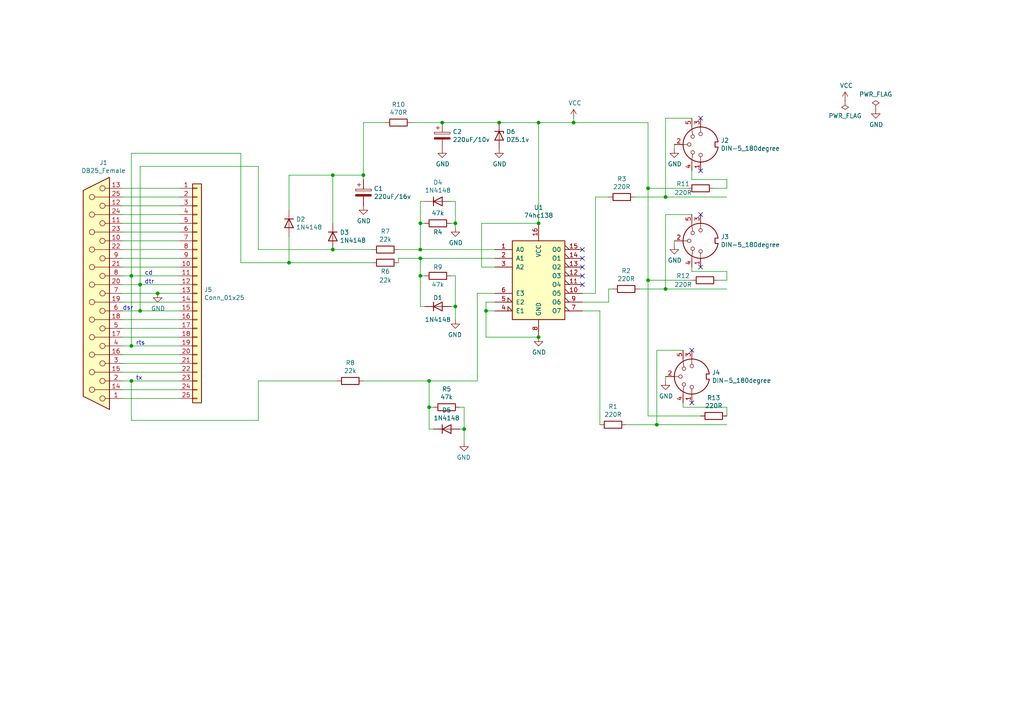
<source format=kicad_sch>
(kicad_sch (version 20211123) (generator eeschema)
  (paper "A4")
  (lib_symbols
    (symbol "74xx:74LS138" (pin_names (offset 1.016))
      (property "Reference" "U" (at -7.62 11.43 0))
      (property "Value" "74LS138" (at -7.62 -13.97 0))
      (symbol "74LS138_1_0"
        (pin input line (at -12.7 7.62 0) (length 5.08) (name "A0") (number "1"))
        (pin output output_low (at 12.7 -5.08 180) (length 5.08) (name "O5") (number "10"))
        (pin output output_low (at 12.7 -2.54 180) (length 5.08) (name "O4") (number "11"))
        (pin output output_low (at 12.7 0 180) (length 5.08) (name "O3") (number "12"))
        (pin output output_low (at 12.7 2.54 180) (length 5.08) (name "O2") (number "13"))
        (pin output output_low (at 12.7 5.08 180) (length 5.08) (name "O1") (number "14"))
        (pin output output_low (at 12.7 7.62 180) (length 5.08) (name "O0") (number "15"))
        (pin power_in line (at 0 15.24 270) (length 5.08) (name "VCC") (number "16"))
        (pin input line (at -12.7 5.08 0) (length 5.08) (name "A1") (number "2"))
        (pin input line (at -12.7 2.54 0) (length 5.08) (name "A2") (number "3"))
        (pin input input_low (at -12.7 -10.16 0) (length 5.08) (name "E1") (number "4"))
        (pin input input_low (at -12.7 -7.62 0) (length 5.08) (name "E2") (number "5"))
        (pin input line (at -12.7 -5.08 0) (length 5.08) (name "E3") (number "6"))
        (pin output output_low (at 12.7 -10.16 180) (length 5.08) (name "O7") (number "7"))
        (pin power_in line (at 0 -17.78 90) (length 5.08) (name "GND") (number "8"))
        (pin output output_low (at 12.7 -7.62 180) (length 5.08) (name "O6") (number "9"))
      )
      (symbol "74LS138_1_1"
        (rectangle (start -7.62 10.16) (end 7.62 -12.7) (stroke (width 0.254)) (fill (type background)))
      )
    )
    (symbol "Connector:DB25_Female" (pin_names (offset 1.016) hide)
      (property "Reference" "J" (at 0 34.29 0))
      (property "Value" "DB25_Female" (at 0 -34.925 0))
      (symbol "DB25_Female_0_1"
        (circle (center -1.778 -30.48) (radius 0.762))
        (circle (center -1.778 -25.4) (radius 0.762))
        (circle (center -1.778 -20.32) (radius 0.762))
        (circle (center -1.778 -15.24) (radius 0.762))
        (circle (center -1.778 -10.16) (radius 0.762))
        (circle (center -1.778 -5.08) (radius 0.762))
        (circle (center -1.778 0) (radius 0.762))
        (circle (center -1.778 5.08) (radius 0.762))
        (circle (center -1.778 10.16) (radius 0.762))
        (circle (center -1.778 15.24) (radius 0.762))
        (circle (center -1.778 20.32) (radius 0.762))
        (circle (center -1.778 25.4) (radius 0.762))
        (circle (center -1.778 30.48) (radius 0.762))
        (polyline (pts (xy -3.81 -30.48) (xy -2.54 -30.48)))
        (polyline (pts (xy -3.81 -27.94) (xy 0.508 -27.94)))
        (polyline (pts (xy -3.81 -25.4) (xy -2.54 -25.4)))
        (polyline (pts (xy -3.81 -22.86) (xy 0.508 -22.86)))
        (polyline (pts (xy -3.81 -20.32) (xy -2.54 -20.32)))
        (polyline (pts (xy -3.81 -17.78) (xy 0.508 -17.78)))
        (polyline (pts (xy -3.81 -15.24) (xy -2.54 -15.24)))
        (polyline (pts (xy -3.81 -12.7) (xy 0.508 -12.7)))
        (polyline (pts (xy -3.81 -10.16) (xy -2.54 -10.16)))
        (polyline (pts (xy -3.81 -7.62) (xy 0.508 -7.62)))
        (polyline (pts (xy -3.81 -5.08) (xy -2.54 -5.08)))
        (polyline (pts (xy -3.81 -2.54) (xy 0.508 -2.54)))
        (polyline (pts (xy -3.81 0) (xy -2.54 0)))
        (polyline (pts (xy -3.81 2.54) (xy 0.508 2.54)))
        (polyline (pts (xy -3.81 5.08) (xy -2.54 5.08)))
        (polyline (pts (xy -3.81 7.62) (xy 0.508 7.62)))
        (polyline (pts (xy -3.81 10.16) (xy -2.54 10.16)))
        (polyline (pts (xy -3.81 12.7) (xy 0.508 12.7)))
        (polyline (pts (xy -3.81 15.24) (xy -2.54 15.24)))
        (polyline (pts (xy -3.81 17.78) (xy 0.508 17.78)))
        (polyline (pts (xy -3.81 20.32) (xy -2.54 20.32)))
        (polyline (pts (xy -3.81 22.86) (xy 0.508 22.86)))
        (polyline (pts (xy -3.81 25.4) (xy -2.54 25.4)))
        (polyline (pts (xy -3.81 27.94) (xy 0.508 27.94)))
        (polyline (pts (xy -3.81 30.48) (xy -2.54 30.48)))
        (polyline (pts (xy -3.81 33.655) (xy 3.81 29.845) (xy 3.81 -29.845) (xy -3.81 -33.655) (xy -3.81 33.655)) (stroke (width 0.254)) (fill (type background)))
        (circle (center 1.27 -27.94) (radius 0.762))
        (circle (center 1.27 -22.86) (radius 0.762))
        (circle (center 1.27 -17.78) (radius 0.762))
        (circle (center 1.27 -12.7) (radius 0.762))
        (circle (center 1.27 -7.62) (radius 0.762))
        (circle (center 1.27 -2.54) (radius 0.762))
        (circle (center 1.27 2.54) (radius 0.762))
        (circle (center 1.27 7.62) (radius 0.762))
        (circle (center 1.27 12.7) (radius 0.762))
        (circle (center 1.27 17.78) (radius 0.762))
        (circle (center 1.27 22.86) (radius 0.762))
        (circle (center 1.27 27.94) (radius 0.762))
      )
      (symbol "DB25_Female_1_1"
        (pin passive line (at -7.62 30.48 0) (length 3.81) (name "1") (number "1"))
        (pin passive line (at -7.62 -15.24 0) (length 3.81) (name "10") (number "10"))
        (pin passive line (at -7.62 -20.32 0) (length 3.81) (name "11") (number "11"))
        (pin passive line (at -7.62 -25.4 0) (length 3.81) (name "12") (number "12"))
        (pin passive line (at -7.62 -30.48 0) (length 3.81) (name "13") (number "13"))
        (pin passive line (at -7.62 27.94 0) (length 3.81) (name "P14") (number "14"))
        (pin passive line (at -7.62 22.86 0) (length 3.81) (name "P15") (number "15"))
        (pin passive line (at -7.62 17.78 0) (length 3.81) (name "P16") (number "16"))
        (pin passive line (at -7.62 12.7 0) (length 3.81) (name "P17") (number "17"))
        (pin passive line (at -7.62 7.62 0) (length 3.81) (name "P18") (number "18"))
        (pin passive line (at -7.62 2.54 0) (length 3.81) (name "P19") (number "19"))
        (pin passive line (at -7.62 25.4 0) (length 3.81) (name "2") (number "2"))
        (pin passive line (at -7.62 -2.54 0) (length 3.81) (name "P20") (number "20"))
        (pin passive line (at -7.62 -7.62 0) (length 3.81) (name "P21") (number "21"))
        (pin passive line (at -7.62 -12.7 0) (length 3.81) (name "P22") (number "22"))
        (pin passive line (at -7.62 -17.78 0) (length 3.81) (name "P23") (number "23"))
        (pin passive line (at -7.62 -22.86 0) (length 3.81) (name "P24") (number "24"))
        (pin passive line (at -7.62 -27.94 0) (length 3.81) (name "P25") (number "25"))
        (pin passive line (at -7.62 20.32 0) (length 3.81) (name "3") (number "3"))
        (pin passive line (at -7.62 15.24 0) (length 3.81) (name "4") (number "4"))
        (pin passive line (at -7.62 10.16 0) (length 3.81) (name "5") (number "5"))
        (pin passive line (at -7.62 5.08 0) (length 3.81) (name "6") (number "6"))
        (pin passive line (at -7.62 0 0) (length 3.81) (name "7") (number "7"))
        (pin passive line (at -7.62 -5.08 0) (length 3.81) (name "8") (number "8"))
        (pin passive line (at -7.62 -10.16 0) (length 3.81) (name "9") (number "9"))
      )
    )
    (symbol "Connector:DIN-5_180degree" (pin_names (offset 1.016))
      (property "Reference" "J" (at 3.175 5.715 0))
      (property "Value" "DIN-5_180degree" (at 0 -6.35 0))
      (symbol "DIN-5_180degree_0_1"
        (arc (start -5.08 0) (mid -3.8597 -3.3379) (end -0.762 -5.08) (stroke (width 0.254)))
        (circle (center -3.048 0) (radius 0.508))
        (circle (center -2.286 2.286) (radius 0.508))
        (polyline (pts (xy -5.08 0) (xy -3.556 0)))
        (polyline (pts (xy 0 5.08) (xy 0 3.81)))
        (polyline (pts (xy 5.08 0) (xy 3.556 0)))
        (polyline (pts (xy -5.08 2.54) (xy -4.318 2.54) (xy -2.794 2.286)))
        (polyline (pts (xy 5.08 2.54) (xy 4.318 2.54) (xy 2.794 2.286)))
        (polyline (pts (xy -0.762 -4.953) (xy -0.762 -4.191) (xy 0.762 -4.191) (xy 0.762 -4.953)) (stroke (width 0.254)))
        (circle (center 0 3.302) (radius 0.508))
        (arc (start 0.762 -5.08) (mid 3.8673 -3.3444) (end 5.08 0) (stroke (width 0.254)))
        (circle (center 2.286 2.286) (radius 0.508))
        (circle (center 3.048 0) (radius 0.508))
        (arc (start 5.08 0) (mid 0 5.08) (end -5.08 0) (stroke (width 0.254)))
      )
      (symbol "DIN-5_180degree_1_1"
        (pin passive line (at -7.62 0 0) (length 2.54) (name "~") (number "1"))
        (pin passive line (at 0 7.62 270) (length 2.54) (name "~") (number "2"))
        (pin passive line (at 7.62 0 180) (length 2.54) (name "~") (number "3"))
        (pin passive line (at -7.62 2.54 0) (length 2.54) (name "~") (number "4"))
        (pin passive line (at 7.62 2.54 180) (length 2.54) (name "~") (number "5"))
      )
    )
    (symbol "Connector_Generic:Conn_01x25" (pin_names (offset 1.016) hide)
      (property "Reference" "J" (at 0 33.02 0))
      (property "Value" "Conn_01x25" (at 0 -33.02 0))
      (symbol "Conn_01x25_1_1"
        (rectangle (start -1.27 -30.353) (end 0 -30.607) (stroke (width 0.1524)))
        (rectangle (start -1.27 -27.813) (end 0 -28.067) (stroke (width 0.1524)))
        (rectangle (start -1.27 -25.273) (end 0 -25.527) (stroke (width 0.1524)))
        (rectangle (start -1.27 -22.733) (end 0 -22.987) (stroke (width 0.1524)))
        (rectangle (start -1.27 -20.193) (end 0 -20.447) (stroke (width 0.1524)))
        (rectangle (start -1.27 -17.653) (end 0 -17.907) (stroke (width 0.1524)))
        (rectangle (start -1.27 -15.113) (end 0 -15.367) (stroke (width 0.1524)))
        (rectangle (start -1.27 -12.573) (end 0 -12.827) (stroke (width 0.1524)))
        (rectangle (start -1.27 -10.033) (end 0 -10.287) (stroke (width 0.1524)))
        (rectangle (start -1.27 -7.493) (end 0 -7.747) (stroke (width 0.1524)))
        (rectangle (start -1.27 -4.953) (end 0 -5.207) (stroke (width 0.1524)))
        (rectangle (start -1.27 -2.413) (end 0 -2.667) (stroke (width 0.1524)))
        (rectangle (start -1.27 0.127) (end 0 -0.127) (stroke (width 0.1524)))
        (rectangle (start -1.27 2.667) (end 0 2.413) (stroke (width 0.1524)))
        (rectangle (start -1.27 5.207) (end 0 4.953) (stroke (width 0.1524)))
        (rectangle (start -1.27 7.747) (end 0 7.493) (stroke (width 0.1524)))
        (rectangle (start -1.27 10.287) (end 0 10.033) (stroke (width 0.1524)))
        (rectangle (start -1.27 12.827) (end 0 12.573) (stroke (width 0.1524)))
        (rectangle (start -1.27 15.367) (end 0 15.113) (stroke (width 0.1524)))
        (rectangle (start -1.27 17.907) (end 0 17.653) (stroke (width 0.1524)))
        (rectangle (start -1.27 20.447) (end 0 20.193) (stroke (width 0.1524)))
        (rectangle (start -1.27 22.987) (end 0 22.733) (stroke (width 0.1524)))
        (rectangle (start -1.27 25.527) (end 0 25.273) (stroke (width 0.1524)))
        (rectangle (start -1.27 28.067) (end 0 27.813) (stroke (width 0.1524)))
        (rectangle (start -1.27 30.607) (end 0 30.353) (stroke (width 0.1524)))
        (rectangle (start -1.27 31.75) (end 1.27 -31.75) (stroke (width 0.254)) (fill (type background)))
        (pin passive line (at -5.08 30.48 0) (length 3.81) (name "Pin_1") (number "1"))
        (pin passive line (at -5.08 7.62 0) (length 3.81) (name "Pin_10") (number "10"))
        (pin passive line (at -5.08 5.08 0) (length 3.81) (name "Pin_11") (number "11"))
        (pin passive line (at -5.08 2.54 0) (length 3.81) (name "Pin_12") (number "12"))
        (pin passive line (at -5.08 0 0) (length 3.81) (name "Pin_13") (number "13"))
        (pin passive line (at -5.08 -2.54 0) (length 3.81) (name "Pin_14") (number "14"))
        (pin passive line (at -5.08 -5.08 0) (length 3.81) (name "Pin_15") (number "15"))
        (pin passive line (at -5.08 -7.62 0) (length 3.81) (name "Pin_16") (number "16"))
        (pin passive line (at -5.08 -10.16 0) (length 3.81) (name "Pin_17") (number "17"))
        (pin passive line (at -5.08 -12.7 0) (length 3.81) (name "Pin_18") (number "18"))
        (pin passive line (at -5.08 -15.24 0) (length 3.81) (name "Pin_19") (number "19"))
        (pin passive line (at -5.08 27.94 0) (length 3.81) (name "Pin_2") (number "2"))
        (pin passive line (at -5.08 -17.78 0) (length 3.81) (name "Pin_20") (number "20"))
        (pin passive line (at -5.08 -20.32 0) (length 3.81) (name "Pin_21") (number "21"))
        (pin passive line (at -5.08 -22.86 0) (length 3.81) (name "Pin_22") (number "22"))
        (pin passive line (at -5.08 -25.4 0) (length 3.81) (name "Pin_23") (number "23"))
        (pin passive line (at -5.08 -27.94 0) (length 3.81) (name "Pin_24") (number "24"))
        (pin passive line (at -5.08 -30.48 0) (length 3.81) (name "Pin_25") (number "25"))
        (pin passive line (at -5.08 25.4 0) (length 3.81) (name "Pin_3") (number "3"))
        (pin passive line (at -5.08 22.86 0) (length 3.81) (name "Pin_4") (number "4"))
        (pin passive line (at -5.08 20.32 0) (length 3.81) (name "Pin_5") (number "5"))
        (pin passive line (at -5.08 17.78 0) (length 3.81) (name "Pin_6") (number "6"))
        (pin passive line (at -5.08 15.24 0) (length 3.81) (name "Pin_7") (number "7"))
        (pin passive line (at -5.08 12.7 0) (length 3.81) (name "Pin_8") (number "8"))
        (pin passive line (at -5.08 10.16 0) (length 3.81) (name "Pin_9") (number "9"))
      )
    )
    (symbol "Device:CP" (pin_numbers hide) (pin_names (offset 0.254))
      (property "Reference" "C" (at 0.635 2.54 0))
      (property "Value" "Device_CP" (at 0.635 -2.54 0))
      (symbol "CP_0_1"
        (rectangle (start -2.286 0.508) (end 2.286 1.016))
        (polyline (pts (xy -1.778 2.286) (xy -0.762 2.286)))
        (polyline (pts (xy -1.27 2.794) (xy -1.27 1.778)))
        (rectangle (start 2.286 -0.508) (end -2.286 -1.016) (fill (type outline)))
      )
      (symbol "CP_1_1"
        (pin passive line (at 0 3.81 270) (length 2.794) (name "~") (number "1"))
        (pin passive line (at 0 -3.81 90) (length 2.794) (name "~") (number "2"))
      )
    )
    (symbol "Device:D" (pin_numbers hide) (pin_names (offset 1.016) hide)
      (property "Reference" "D" (at 0 2.54 0))
      (property "Value" "D" (at 0 -2.54 0))
      (symbol "D_0_1"
        (polyline (pts (xy -1.27 1.27) (xy -1.27 -1.27)) (stroke (width 0.254)))
        (polyline (pts (xy 1.27 0) (xy -1.27 0)))
        (polyline (pts (xy 1.27 1.27) (xy 1.27 -1.27) (xy -1.27 0) (xy 1.27 1.27)) (stroke (width 0.254)))
      )
      (symbol "D_1_1"
        (pin passive line (at -3.81 0 0) (length 2.54) (name "K") (number "1"))
        (pin passive line (at 3.81 0 180) (length 2.54) (name "A") (number "2"))
      )
    )
    (symbol "Device:D_Zener" (pin_numbers hide) (pin_names (offset 1.016) hide)
      (property "Reference" "D" (at 0 2.54 0))
      (property "Value" "D_Zener" (at 0 -2.54 0))
      (symbol "D_Zener_0_1"
        (polyline (pts (xy 1.27 0) (xy -1.27 0)))
        (polyline (pts (xy -1.27 -1.27) (xy -1.27 1.27) (xy -0.762 1.27)) (stroke (width 0.254)))
        (polyline (pts (xy 1.27 -1.27) (xy 1.27 1.27) (xy -1.27 0) (xy 1.27 -1.27)) (stroke (width 0.254)))
      )
      (symbol "D_Zener_1_1"
        (pin passive line (at -3.81 0 0) (length 2.54) (name "K") (number "1"))
        (pin passive line (at 3.81 0 180) (length 2.54) (name "A") (number "2"))
      )
    )
    (symbol "Device:R" (pin_numbers hide) (pin_names (offset 0))
      (property "Reference" "R" (at 2.032 0 90))
      (property "Value" "R" (at 0 0 90))
      (symbol "R_0_1"
        (rectangle (start -1.016 -2.54) (end 1.016 2.54) (stroke (width 0.254)))
      )
      (symbol "R_1_1"
        (pin passive line (at 0 3.81 270) (length 1.27) (name "~") (number "1"))
        (pin passive line (at 0 -3.81 90) (length 1.27) (name "~") (number "2"))
      )
    )
    (symbol "power:GND" (power) (pin_names (offset 0))
      (property "Value" "GND" (at 0 -3.81 0))
      (symbol "GND_0_1"
        (polyline (pts (xy 0 0) (xy 0 -1.27) (xy 1.27 -1.27) (xy 0 -2.54) (xy -1.27 -1.27) (xy 0 -1.27)))
      )
      (symbol "GND_1_1"
        (pin power_in line (at 0 0 270) (length 0) hide (name "GND") (number "1"))
      )
    )
    (symbol "power:PWR_FLAG" (power) (pin_numbers hide) (pin_names (offset 0) hide)
      (property "Value" "PWR_FLAG" (at 0 3.81 0))
      (symbol "PWR_FLAG_0_0"
        (pin power_out line (at 0 0 90) (length 0) (name "pwr") (number "1"))
      )
      (symbol "PWR_FLAG_0_1"
        (polyline (pts (xy 0 0) (xy 0 1.27) (xy -1.016 1.905) (xy 0 2.54) (xy 1.016 1.905) (xy 0 1.27)))
      )
    )
    (symbol "power:VCC" (power) (pin_names (offset 0))
      (property "Value" "VCC" (at 0 3.81 0))
      (symbol "VCC_0_1"
        (polyline (pts (xy -0.762 1.27) (xy 0 2.54)))
        (polyline (pts (xy 0 0) (xy 0 2.54)))
        (polyline (pts (xy 0 2.54) (xy 0.762 1.27)))
      )
      (symbol "VCC_1_1"
        (pin power_in line (at 0 0 90) (length 0) hide (name "VCC") (number "1"))
      )
    )
  )
  (junction (at 144.78 35.56))
  (junction (at 124.46 110.49))
  (junction (at 140.97 90.17))
  (junction (at 134.62 124.46))
  (junction (at 166.37 35.56))
  (junction (at 38.1 80.01))
  (junction (at 45.72 85.09))
  (junction (at 187.96 81.28))
  (junction (at 121.92 72.39))
  (junction (at 38.1 100.33))
  (junction (at 121.92 64.77))
  (junction (at 83.82 76.2))
  (junction (at 96.52 50.8))
  (junction (at 156.21 64.77))
  (junction (at 40.64 90.17))
  (junction (at 193.04 83.82))
  (junction (at 40.64 82.55))
  (junction (at 190.5 123.19))
  (junction (at 121.92 74.93))
  (junction (at 156.21 35.56))
  (junction (at 96.52 72.39))
  (junction (at 105.41 50.8))
  (junction (at 132.08 64.77))
  (junction (at 121.92 80.01))
  (junction (at 156.21 97.79))
  (junction (at 124.46 118.11))
  (junction (at 132.08 88.9))
  (junction (at 193.04 57.15))
  (junction (at 187.96 54.61))
  (junction (at 128.27 35.56))
  (junction (at 38.1 110.49))
  (no_connect (at 203.2 49.53))
  (no_connect (at 168.91 74.93))
  (no_connect (at 168.91 82.55))
  (no_connect (at 200.66 116.84))
  (no_connect (at 203.2 34.29))
  (no_connect (at 168.91 80.01))
  (no_connect (at 168.91 72.39))
  (no_connect (at 203.2 77.47))
  (no_connect (at 200.66 101.6))
  (no_connect (at 168.91 77.47))
  (no_connect (at 203.2 62.23))
  (wire (pts (xy 52.07 57.15) (xy 35.56 57.15)))
  (wire (pts (xy 52.07 85.09) (xy 45.72 85.09)))
  (wire (pts (xy 132.08 64.77) (xy 132.08 66.04)))
  (wire (pts (xy 115.57 72.39) (xy 121.92 72.39)))
  (wire (pts (xy 74.93 72.39) (xy 74.93 48.26)))
  (wire (pts (xy 200.66 77.47) (xy 200.66 78.74)))
  (wire (pts (xy 184.15 57.15) (xy 193.04 57.15)))
  (wire (pts (xy 121.92 72.39) (xy 143.51 72.39)))
  (wire (pts (xy 203.2 120.65) (xy 187.96 120.65)))
  (wire (pts (xy 193.04 62.23) (xy 193.04 83.82)))
  (wire (pts (xy 124.46 110.49) (xy 105.41 110.49)))
  (wire (pts (xy 40.64 90.17) (xy 52.07 90.17)))
  (wire (pts (xy 83.82 60.96) (xy 83.82 50.8)))
  (wire (pts (xy 38.1 80.01) (xy 38.1 44.45)))
  (wire (pts (xy 132.08 88.9) (xy 132.08 92.71)))
  (wire (pts (xy 140.97 97.79) (xy 156.21 97.79)))
  (wire (pts (xy 125.73 124.46) (xy 124.46 124.46)))
  (wire (pts (xy 193.04 57.15) (xy 210.82 57.15)))
  (wire (pts (xy 132.08 80.01) (xy 130.81 80.01)))
  (wire (pts (xy 200.66 62.23) (xy 193.04 62.23)))
  (wire (pts (xy 119.38 35.56) (xy 128.27 35.56)))
  (wire (pts (xy 83.82 68.58) (xy 83.82 76.2)))
  (wire (pts (xy 190.5 123.19) (xy 190.5 101.6)))
  (wire (pts (xy 35.56 100.33) (xy 38.1 100.33)))
  (wire (pts (xy 168.91 85.09) (xy 172.72 85.09)))
  (wire (pts (xy 35.56 59.69) (xy 52.07 59.69)))
  (wire (pts (xy 173.99 90.17) (xy 168.91 90.17)))
  (wire (pts (xy 187.96 54.61) (xy 187.96 35.56)))
  (wire (pts (xy 74.93 110.49) (xy 97.79 110.49)))
  (wire (pts (xy 143.51 87.63) (xy 140.97 87.63)))
  (wire (pts (xy 35.56 85.09) (xy 45.72 85.09)))
  (wire (pts (xy 156.21 35.56) (xy 144.78 35.56)))
  (wire (pts (xy 198.12 116.84) (xy 198.12 118.11)))
  (wire (pts (xy 140.97 90.17) (xy 140.97 97.79)))
  (wire (pts (xy 166.37 35.56) (xy 187.96 35.56)))
  (wire (pts (xy 35.56 105.41) (xy 52.07 105.41)))
  (wire (pts (xy 138.43 85.09) (xy 143.51 85.09)))
  (wire (pts (xy 96.52 64.77) (xy 96.52 50.8)))
  (wire (pts (xy 105.41 50.8) (xy 105.41 35.56)))
  (wire (pts (xy 124.46 110.49) (xy 138.43 110.49)))
  (wire (pts (xy 69.85 76.2) (xy 83.82 76.2)))
  (wire (pts (xy 35.56 82.55) (xy 40.64 82.55)))
  (wire (pts (xy 96.52 50.8) (xy 105.41 50.8)))
  (wire (pts (xy 130.81 58.42) (xy 132.08 58.42)))
  (wire (pts (xy 35.56 64.77) (xy 52.07 64.77)))
  (wire (pts (xy 38.1 80.01) (xy 52.07 80.01)))
  (wire (pts (xy 35.56 69.85) (xy 52.07 69.85)))
  (wire (pts (xy 35.56 110.49) (xy 38.1 110.49)))
  (wire (pts (xy 35.56 80.01) (xy 38.1 80.01)))
  (wire (pts (xy 156.21 35.56) (xy 166.37 35.56)))
  (wire (pts (xy 168.91 87.63) (xy 176.53 87.63)))
  (wire (pts (xy 172.72 85.09) (xy 172.72 57.15)))
  (wire (pts (xy 176.53 87.63) (xy 176.53 83.82)))
  (wire (pts (xy 140.97 87.63) (xy 140.97 90.17)))
  (wire (pts (xy 207.01 54.61) (xy 210.82 54.61)))
  (wire (pts (xy 193.04 34.29) (xy 193.04 57.15)))
  (wire (pts (xy 132.08 64.77) (xy 130.81 64.77)))
  (wire (pts (xy 52.07 67.31) (xy 35.56 67.31)))
  (wire (pts (xy 115.57 74.93) (xy 115.57 76.2)))
  (wire (pts (xy 187.96 120.65) (xy 187.96 81.28)))
  (wire (pts (xy 187.96 54.61) (xy 199.39 54.61)))
  (wire (pts (xy 123.19 58.42) (xy 121.92 58.42)))
  (wire (pts (xy 121.92 74.93) (xy 115.57 74.93)))
  (wire (pts (xy 138.43 110.49) (xy 138.43 85.09)))
  (wire (pts (xy 190.5 101.6) (xy 198.12 101.6)))
  (wire (pts (xy 121.92 64.77) (xy 123.19 64.77)))
  (wire (pts (xy 195.58 43.18) (xy 195.58 41.91)))
  (wire (pts (xy 40.64 48.26) (xy 40.64 82.55)))
  (wire (pts (xy 143.51 74.93) (xy 121.92 74.93)))
  (wire (pts (xy 121.92 80.01) (xy 123.19 80.01)))
  (wire (pts (xy 38.1 44.45) (xy 69.85 44.45)))
  (wire (pts (xy 190.5 123.19) (xy 210.82 123.19)))
  (wire (pts (xy 200.66 34.29) (xy 193.04 34.29)))
  (wire (pts (xy 124.46 124.46) (xy 124.46 118.11)))
  (wire (pts (xy 124.46 118.11) (xy 124.46 110.49)))
  (wire (pts (xy 187.96 81.28) (xy 200.66 81.28)))
  (wire (pts (xy 198.12 118.11) (xy 210.82 118.11)))
  (wire (pts (xy 105.41 52.07) (xy 105.41 50.8)))
  (wire (pts (xy 107.95 76.2) (xy 83.82 76.2)))
  (wire (pts (xy 134.62 124.46) (xy 134.62 128.27)))
  (wire (pts (xy 83.82 50.8) (xy 96.52 50.8)))
  (wire (pts (xy 139.7 64.77) (xy 156.21 64.77)))
  (wire (pts (xy 69.85 44.45) (xy 69.85 76.2)))
  (wire (pts (xy 52.07 113.03) (xy 35.56 113.03)))
  (wire (pts (xy 52.07 107.95) (xy 35.56 107.95)))
  (wire (pts (xy 52.07 77.47) (xy 35.56 77.47)))
  (wire (pts (xy 210.82 78.74) (xy 210.82 81.28)))
  (wire (pts (xy 38.1 100.33) (xy 52.07 100.33)))
  (wire (pts (xy 52.07 97.79) (xy 35.56 97.79)))
  (wire (pts (xy 35.56 54.61) (xy 52.07 54.61)))
  (wire (pts (xy 35.56 90.17) (xy 40.64 90.17)))
  (wire (pts (xy 38.1 121.92) (xy 38.1 110.49)))
  (wire (pts (xy 187.96 54.61) (xy 187.96 81.28)))
  (wire (pts (xy 130.81 88.9) (xy 132.08 88.9)))
  (wire (pts (xy 52.07 102.87) (xy 35.56 102.87)))
  (wire (pts (xy 172.72 57.15) (xy 176.53 57.15)))
  (wire (pts (xy 210.82 52.07) (xy 210.82 54.61)))
  (wire (pts (xy 134.62 124.46) (xy 134.62 118.11)))
  (wire (pts (xy 195.58 69.85) (xy 195.58 71.12)))
  (wire (pts (xy 134.62 118.11) (xy 133.35 118.11)))
  (wire (pts (xy 35.56 74.93) (xy 52.07 74.93)))
  (wire (pts (xy 128.27 35.56) (xy 144.78 35.56)))
  (wire (pts (xy 74.93 110.49) (xy 74.93 121.92)))
  (wire (pts (xy 52.07 92.71) (xy 35.56 92.71)))
  (wire (pts (xy 40.64 82.55) (xy 52.07 82.55)))
  (wire (pts (xy 185.42 83.82) (xy 193.04 83.82)))
  (wire (pts (xy 52.07 62.23) (xy 35.56 62.23)))
  (wire (pts (xy 210.82 81.28) (xy 208.28 81.28)))
  (wire (pts (xy 193.04 109.22) (xy 193.04 110.49)))
  (wire (pts (xy 74.93 72.39) (xy 96.52 72.39)))
  (wire (pts (xy 107.95 72.39) (xy 96.52 72.39)))
  (wire (pts (xy 156.21 35.56) (xy 156.21 64.77)))
  (wire (pts (xy 40.64 90.17) (xy 40.64 82.55)))
  (wire (pts (xy 35.56 95.25) (xy 52.07 95.25)))
  (wire (pts (xy 143.51 77.47) (xy 139.7 77.47)))
  (wire (pts (xy 176.53 83.82) (xy 177.8 83.82)))
  (wire (pts (xy 52.07 87.63) (xy 35.56 87.63)))
  (wire (pts (xy 38.1 80.01) (xy 38.1 100.33)))
  (wire (pts (xy 121.92 58.42) (xy 121.92 64.77)))
  (wire (pts (xy 133.35 124.46) (xy 134.62 124.46)))
  (wire (pts (xy 166.37 34.29) (xy 166.37 35.56)))
  (wire (pts (xy 123.19 88.9) (xy 121.92 88.9)))
  (wire (pts (xy 200.66 78.74) (xy 210.82 78.74)))
  (wire (pts (xy 121.92 64.77) (xy 121.92 72.39)))
  (wire (pts (xy 105.41 35.56) (xy 111.76 35.56)))
  (wire (pts (xy 200.66 49.53) (xy 200.66 52.07)))
  (wire (pts (xy 121.92 88.9) (xy 121.92 80.01)))
  (wire (pts (xy 193.04 83.82) (xy 210.82 83.82)))
  (wire (pts (xy 181.61 123.19) (xy 190.5 123.19)))
  (wire (pts (xy 124.46 118.11) (xy 125.73 118.11)))
  (wire (pts (xy 121.92 80.01) (xy 121.92 74.93)))
  (wire (pts (xy 52.07 72.39) (xy 35.56 72.39)))
  (wire (pts (xy 74.93 121.92) (xy 38.1 121.92)))
  (wire (pts (xy 139.7 77.47) (xy 139.7 64.77)))
  (wire (pts (xy 132.08 58.42) (xy 132.08 64.77)))
  (wire (pts (xy 210.82 118.11) (xy 210.82 120.65)))
  (wire (pts (xy 38.1 110.49) (xy 52.07 110.49)))
  (wire (pts (xy 132.08 88.9) (xy 132.08 80.01)))
  (wire (pts (xy 173.99 90.17) (xy 173.99 123.19)))
  (wire (pts (xy 200.66 52.07) (xy 210.82 52.07)))
  (wire (pts (xy 35.56 115.57) (xy 52.07 115.57)))
  (wire (pts (xy 74.93 48.26) (xy 40.64 48.26)))
  (wire (pts (xy 140.97 90.17) (xy 143.51 90.17)))
  (text "tx" (at 39.37 110.49 0) (effects (font (size 1.27 1.27)) (justify left bottom)))
  (text "dtr" (at 41.91 82.55 0) (effects (font (size 1.27 1.27)) (justify left bottom)))
  (text "rts" (at 39.37 100.33 0) (effects (font (size 1.27 1.27)) (justify left bottom)))
  (text "cd" (at 41.91 80.01 0) (effects (font (size 1.27 1.27)) (justify left bottom)))
  (text "dsr" (at 35.56 90.17 0) (effects (font (size 1.27 1.27)) (justify left bottom)))
  (symbol (lib_id "74xx:74LS138") (at 156.21 80.01 0) (unit 1)
    (property "Reference" "U1" (at 156.21 60.1726 0))
    (property "Value" "74hc138" (at 156.21 62.484 0))
    (property "Footprint" "Package_SO:SOIC-16_3.9x9.9mm_P1.27mm" (effects hide))
    (property "Datasheet" "https://datasheet.lcsc.com/lcsc/1809042014_Nexperia-74HC138D-653_C5602.pdf" (effects hide))
    (property "LCSC" " C5602" (effects hide))
  )
  (symbol (lib_id "Connector:DB25_Female") (at 27.94 85.09 180) (unit 1)
    (property "Reference" "J1" (at 30.0228 47.1932 0))
    (property "Value" "DB25_Female" (at 30.0228 49.5046 0))
    (property "Footprint" "Connector_Dsub:DSUB-25_Female_Horizontal_P2.77x2.84mm_EdgePinOffset4.94mm_Housed_MountingHolesOffset7.48mm" (effects hide))
    (property "Datasheet" "https://datasheet.lcsc.com/lcsc/2008061706_Harting-Tech-09683537612_C698340.pdf" (effects hide))
    (property "LCSC" "C698340" (effects hide))
  )
  (symbol (lib_id "Device:D") (at 83.82 64.77 270) (unit 1)
    (property "Reference" "D2" (at 85.852 63.6016 90) (effects (justify left)))
    (property "Value" "1N4148" (at 85.852 65.913 90) (effects (justify left)))
    (property "Footprint" "Diode_SMD:D_SOD-323F" (effects hide))
    (property "Datasheet" "https://datasheet.lcsc.com/lcsc/1810101110_Changjiang-Electronics-Tech--CJ-1N4148WS_C2128.pdf" (effects hide))
    (property "LCSC" "C2128" (effects hide))
  )
  (symbol (lib_id "Device:D") (at 96.52 68.58 270) (unit 1)
    (property "Reference" "D3" (at 98.552 67.4116 90) (effects (justify left)))
    (property "Value" "1N4148" (at 98.552 69.723 90) (effects (justify left)))
    (property "Footprint" "Diode_SMD:D_SOD-323F" (effects hide))
    (property "Datasheet" "https://datasheet.lcsc.com/lcsc/1810101110_Changjiang-Electronics-Tech--CJ-1N4148WS_C2128.pdf" (effects hide))
    (property "LCSC" "C2128" (effects hide))
  )
  (symbol (lib_id "Device:R") (at 111.76 72.39 270) (unit 1)
    (property "Reference" "R7" (at 111.76 67.1322 90))
    (property "Value" "22k" (at 111.76 69.4436 90))
    (property "Footprint" "Resistor_SMD:R_0603_1608Metric_Pad0.98x0.95mm_HandSolder" (effects hide))
    (property "LCSC" " C31850" (effects hide))
  )
  (symbol (lib_id "Device:R") (at 111.76 76.2 270) (unit 1)
    (property "Reference" "R6" (at 111.76 78.74 90))
    (property "Value" "22k" (at 111.76 81.28 90))
    (property "Footprint" "Resistor_SMD:R_0603_1608Metric_Pad0.98x0.95mm_HandSolder" (effects hide))
    (property "LCSC" " C31850" (effects hide))
  )
  (symbol (lib_id "Device:CP") (at 105.41 55.88 0) (unit 1)
    (property "Reference" "C1" (at 108.4072 54.7116 0) (effects (justify left)))
    (property "Value" "220uF/16v" (at 108.4072 57.023 0) (effects (justify left)))
    (property "Footprint" "Capacitor_SMD:CP_Elec_6.3x7.7" (effects hide))
    (property "LCSC" "C182267" (effects hide))
  )
  (symbol (lib_id "power:GND") (at 105.41 59.69 0) (unit 1)
    (property "Reference" "#PWR0101" (effects hide))
    (property "Value" "GND" (at 105.537 64.0842 0))
  )
  (symbol (lib_id "Device:R") (at 115.57 35.56 270) (unit 1)
    (property "Reference" "R10" (at 115.57 30.3022 90))
    (property "Value" "470R" (at 115.57 32.6136 90))
    (property "Footprint" "Resistor_SMD:R_0603_1608Metric_Pad0.98x0.95mm_HandSolder" (effects hide))
    (property "LCSC" "C23179" (effects hide))
  )
  (symbol (lib_id "Device:D") (at 127 58.42 0) (unit 1)
    (property "Reference" "D4" (at 127 52.9082 0))
    (property "Value" "1N4148" (at 127 55.2196 0))
    (property "Footprint" "Diode_SMD:D_SOD-323F" (effects hide))
    (property "Datasheet" "https://datasheet.lcsc.com/lcsc/1810101110_Changjiang-Electronics-Tech--CJ-1N4148WS_C2128.pdf" (effects hide))
    (property "LCSC" "C2128" (effects hide))
  )
  (symbol (lib_id "Device:R") (at 127 64.77 270) (unit 1)
    (property "Reference" "R4" (at 127 67.31 90))
    (property "Value" "47k" (at 127 61.8236 90))
    (property "Footprint" "Resistor_SMD:R_0603_1608Metric_Pad0.98x0.95mm_HandSolder" (effects hide))
    (property "LCSC" " C25819" (effects hide))
  )
  (symbol (lib_id "power:GND") (at 132.08 66.04 0) (unit 1)
    (property "Reference" "#PWR0102" (effects hide))
    (property "Value" "GND" (at 132.207 70.4342 0))
  )
  (symbol (lib_id "Device:D") (at 127 88.9 0) (mirror x) (unit 1)
    (property "Reference" "D1" (at 127 86.36 0))
    (property "Value" "1N4148" (at 127 92.71 0))
    (property "Footprint" "Diode_SMD:D_SOD-323F" (effects hide))
    (property "Datasheet" "https://datasheet.lcsc.com/lcsc/1810101110_Changjiang-Electronics-Tech--CJ-1N4148WS_C2128.pdf" (effects hide))
    (property "LCSC" "C2128" (effects hide))
  )
  (symbol (lib_id "Device:R") (at 127 80.01 270) (unit 1)
    (property "Reference" "R9" (at 127 77.47 90))
    (property "Value" "47k" (at 127 82.55 90))
    (property "Footprint" "Resistor_SMD:R_0603_1608Metric_Pad0.98x0.95mm_HandSolder" (effects hide))
    (property "LCSC" " C25819" (effects hide))
  )
  (symbol (lib_id "power:GND") (at 132.08 92.71 0) (mirror y) (unit 1)
    (property "Reference" "#PWR0103" (effects hide))
    (property "Value" "GND" (at 131.953 97.1042 0))
  )
  (symbol (lib_id "Device:CP") (at 128.27 39.37 0) (unit 1)
    (property "Reference" "C2" (at 131.2672 38.2016 0) (effects (justify left)))
    (property "Value" "220uF/10v" (at 131.2672 40.513 0) (effects (justify left)))
    (property "Footprint" "Capacitor_SMD:CP_Elec_6.3x7.7" (effects hide))
    (property "LCSC" "C182267" (effects hide))
  )
  (symbol (lib_id "power:GND") (at 128.27 43.18 0) (unit 1)
    (property "Reference" "#PWR0104" (effects hide))
    (property "Value" "GND" (at 128.397 47.5742 0))
  )
  (symbol (lib_id "Device:D_Zener") (at 144.78 39.37 270) (unit 1)
    (property "Reference" "D6" (at 146.812 38.2016 90) (effects (justify left)))
    (property "Value" "DZ5.1v" (at 146.812 40.513 90) (effects (justify left)))
    (property "Footprint" "Diode_SMD:D_SOD-523" (effects hide))
    (property "Datasheet" "https://datasheet.lcsc.com/lcsc/1808291024_ROHM-Semicon-EDZTE615.1B_C84996.pdf~" (effects hide))
    (property "LCSC" "C84996" (effects hide))
  )
  (symbol (lib_id "power:GND") (at 144.78 43.18 0) (unit 1)
    (property "Reference" "#PWR0105" (effects hide))
    (property "Value" "GND" (at 144.907 47.5742 0))
  )
  (symbol (lib_id "Device:R") (at 203.2 54.61 270) (unit 1)
    (property "Reference" "R11" (at 198.12 53.34 90))
    (property "Value" "220R" (at 198.12 55.88 90))
    (property "Footprint" "Resistor_SMD:R_0603_1608Metric_Pad0.98x0.95mm_HandSolder" (effects hide))
    (property "LCSC" "C4190" (effects hide))
  )
  (symbol (lib_id "Device:R") (at 204.47 81.28 270) (unit 1)
    (property "Reference" "R12" (at 198.12 80.01 90))
    (property "Value" "220R" (at 198.12 82.55 90))
    (property "Footprint" "Resistor_SMD:R_0603_1608Metric_Pad0.98x0.95mm_HandSolder" (effects hide))
    (property "LCSC" "C4190" (effects hide))
  )
  (symbol (lib_id "Device:R") (at 207.01 120.65 270) (unit 1)
    (property "Reference" "R13" (at 207.01 115.3922 90))
    (property "Value" "220R" (at 207.01 117.7036 90))
    (property "Footprint" "Resistor_SMD:R_0603_1608Metric_Pad0.98x0.95mm_HandSolder" (effects hide))
    (property "LCSC" "C4190" (effects hide))
  )
  (symbol (lib_id "Device:D") (at 129.54 124.46 0) (mirror x) (unit 1)
    (property "Reference" "D5" (at 129.54 118.9482 0))
    (property "Value" "1N4148" (at 129.54 121.2596 0))
    (property "Footprint" "Diode_SMD:D_SOD-323F" (effects hide))
    (property "Datasheet" "https://datasheet.lcsc.com/lcsc/1810101110_Changjiang-Electronics-Tech--CJ-1N4148WS_C2128.pdf" (effects hide))
    (property "LCSC" "C2128" (effects hide))
  )
  (symbol (lib_id "Device:R") (at 129.54 118.11 270) (unit 1)
    (property "Reference" "R5" (at 129.54 112.8522 90))
    (property "Value" "47k" (at 129.54 115.1636 90))
    (property "Footprint" "Resistor_SMD:R_0603_1608Metric_Pad0.98x0.95mm_HandSolder" (effects hide))
    (property "LCSC" " C25819" (effects hide))
  )
  (symbol (lib_id "power:GND") (at 134.62 128.27 0) (mirror y) (unit 1)
    (property "Reference" "#PWR0109" (effects hide))
    (property "Value" "GND" (at 134.493 132.6642 0))
  )
  (symbol (lib_id "power:GND") (at 156.21 97.79 0) (unit 1)
    (property "Reference" "#PWR0110" (effects hide))
    (property "Value" "GND" (at 156.337 102.1842 0))
  )
  (symbol (lib_id "power:GND") (at 45.72 85.09 0) (unit 1)
    (property "Reference" "#PWR0111" (effects hide))
    (property "Value" "GND" (at 45.847 89.4842 0))
  )
  (symbol (lib_id "Device:R") (at 180.34 57.15 270) (unit 1)
    (property "Reference" "R3" (at 180.34 51.8922 90))
    (property "Value" "220R" (at 180.34 54.2036 90))
    (property "Footprint" "Resistor_SMD:R_0603_1608Metric_Pad0.98x0.95mm_HandSolder" (effects hide))
    (property "LCSC" "C4190" (effects hide))
  )
  (symbol (lib_id "Device:R") (at 181.61 83.82 270) (unit 1)
    (property "Reference" "R2" (at 181.61 78.5622 90))
    (property "Value" "220R" (at 181.61 80.8736 90))
    (property "Footprint" "Resistor_SMD:R_0603_1608Metric_Pad0.98x0.95mm_HandSolder" (effects hide))
    (property "LCSC" "C4190" (effects hide))
  )
  (symbol (lib_id "Device:R") (at 177.8 123.19 270) (unit 1)
    (property "Reference" "R1" (at 177.8 117.9322 90))
    (property "Value" "220R" (at 177.8 120.2436 90))
    (property "Footprint" "Resistor_SMD:R_0603_1608Metric_Pad0.98x0.95mm_HandSolder" (effects hide))
    (property "LCSC" "C4190" (effects hide))
  )
  (symbol (lib_id "Device:R") (at 101.6 110.49 270) (unit 1)
    (property "Reference" "R8" (at 101.6 105.2322 90))
    (property "Value" "22k" (at 101.6 107.5436 90))
    (property "Footprint" "Resistor_SMD:R_0603_1608Metric_Pad0.98x0.95mm_HandSolder" (effects hide))
    (property "LCSC" " C31850" (effects hide))
  )
  (symbol (lib_id "Connector:DIN-5_180degree") (at 203.2 41.91 90) (unit 1)
    (property "Reference" "J2" (at 209.042 40.7416 90) (effects (justify right)))
    (property "Value" "DIN-5_180degree" (at 209.042 43.053 90) (effects (justify right)))
    (property "Footprint" "Atari Export:SWITCHCRAFT_61PC5F_DIN5" (effects hide))
    (property "Datasheet" "http://www.mouser.com/ds/2/18/40_c091_abd_e-75918.pdf" (effects hide))
  )
  (symbol (lib_id "Connector:DIN-5_180degree") (at 203.2 69.85 90) (unit 1)
    (property "Reference" "J3" (at 209.042 68.6816 90) (effects (justify right)))
    (property "Value" "DIN-5_180degree" (at 209.042 70.993 90) (effects (justify right)))
    (property "Footprint" "Atari Export:SWITCHCRAFT_61PC5F_DIN5" (effects hide))
    (property "Datasheet" "http://www.mouser.com/ds/2/18/40_c091_abd_e-75918.pdf" (effects hide))
  )
  (symbol (lib_id "power:GND") (at 195.58 43.18 0) (unit 1)
    (property "Reference" "#PWR0112" (effects hide))
    (property "Value" "GND" (at 195.707 47.5742 0))
  )
  (symbol (lib_id "power:GND") (at 195.58 71.12 0) (unit 1)
    (property "Reference" "#PWR0113" (effects hide))
    (property "Value" "GND" (at 195.707 75.5142 0))
  )
  (symbol (lib_id "Connector:DIN-5_180degree") (at 200.66 109.22 90) (unit 1)
    (property "Reference" "J4" (at 206.502 108.0516 90) (effects (justify right)))
    (property "Value" "DIN-5_180degree" (at 206.502 110.363 90) (effects (justify right)))
    (property "Footprint" "Atari Export:SWITCHCRAFT_61PC5F_DIN5" (effects hide))
    (property "Datasheet" "http://www.mouser.com/ds/2/18/40_c091_abd_e-75918.pdf" (effects hide))
  )
  (symbol (lib_id "power:GND") (at 193.04 110.49 0) (unit 1)
    (property "Reference" "#PWR0114" (effects hide))
    (property "Value" "GND" (at 193.167 114.8842 0))
  )
  (symbol (lib_id "power:PWR_FLAG") (at 254 31.75 0) (unit 1)
    (property "Reference" "#FLG0101" (effects hide))
    (property "Value" "PWR_FLAG" (at 254 27.3558 0))
  )
  (symbol (lib_id "power:GND") (at 254 31.75 0) (unit 1)
    (property "Reference" "#PWR0115" (effects hide))
    (property "Value" "GND" (at 254.127 36.1442 0))
  )
  (symbol (lib_id "power:VCC") (at 166.37 34.29 0) (unit 1)
    (property "Reference" "#PWR0116" (effects hide))
    (property "Value" "VCC" (at 166.751 29.8958 0))
  )
  (symbol (lib_id "power:VCC") (at 245.11 29.21 0) (unit 1)
    (property "Reference" "#PWR0117" (effects hide))
    (property "Value" "VCC" (at 245.491 24.8158 0))
  )
  (symbol (lib_id "power:PWR_FLAG") (at 245.11 29.21 180) (unit 1)
    (property "Reference" "#FLG0102" (effects hide))
    (property "Value" "PWR_FLAG" (at 245.11 33.6042 0))
  )
  (symbol (lib_id "Connector_Generic:Conn_01x25") (at 57.15 85.09 0) (unit 1)
    (property "Reference" "J5" (at 59.182 84.0232 0) (effects (justify left)))
    (property "Value" "Conn_01x25" (at 59.182 86.3346 0) (effects (justify left)))
    (property "Footprint" "Connector_PinHeader_2.54mm:PinHeader_2x13_P2.54mm_Vertical" (effects hide))
  )
)
</source>
